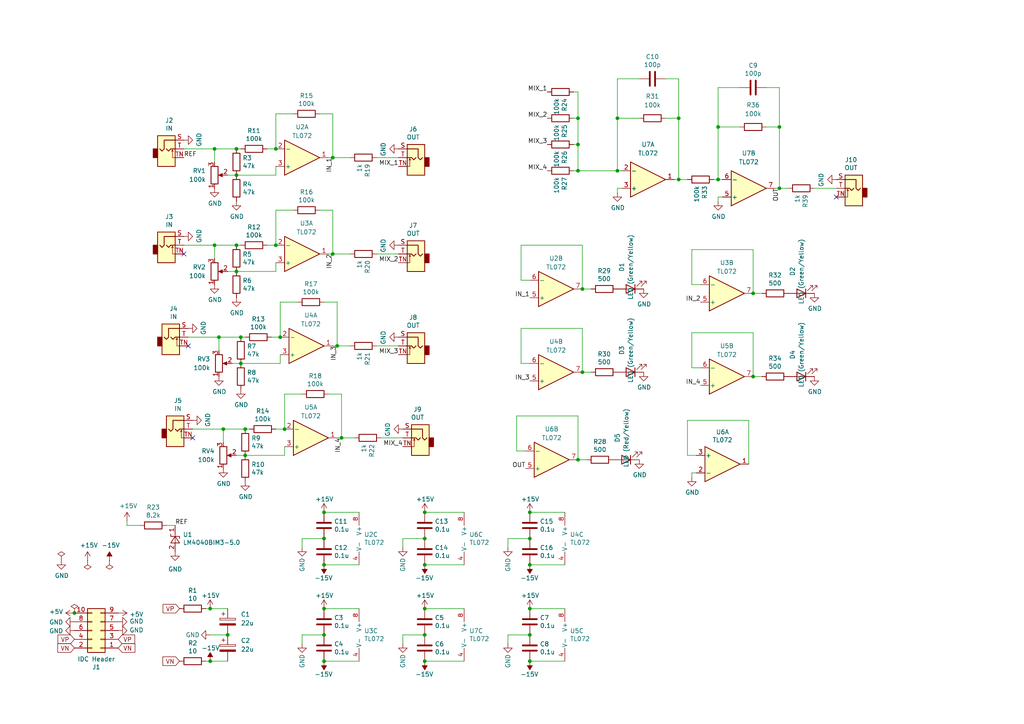
<source format=kicad_sch>
(kicad_sch (version 20211123) (generator eeschema)
  (paper "A4")
  (title_block (title "summe") (date "2021-05-30") (rev "R02") (company "company") (comment 1 "schema for pcb") (comment 2 "DC coupled mixer") (comment 3 "comment 3") (comment 4 "License CC BY 4.0 - Attribution 4.0 International") (comment 5 "comment 5") (comment 6 "comment 6") (comment 7 "comment 7") (comment 8 "comment 8") (comment 9 "comment 9"))
  (junction (at 62.23 43.18))
  (junction (at 153.67 163.83))
  (junction (at 68.58 71.12))
  (junction (at 123.19 163.83))
  (junction (at 82.55 124.46))
  (junction (at 97.79 100.33))
  (junction (at 167.64 41.91))
  (junction (at 123.19 148.59))
  (junction (at 68.58 43.18))
  (junction (at 167.64 34.29))
  (junction (at 96.52 73.66))
  (junction (at 179.07 49.53))
  (junction (at 93.98 191.77))
  (junction (at 60.96 176.53))
  (junction (at 208.28 52.07))
  (junction (at 69.85 97.79))
  (junction (at 93.98 184.15))
  (junction (at 196.85 34.29))
  (junction (at 71.12 132.08))
  (junction (at 60.96 191.77))
  (junction (at 168.91 107.95))
  (junction (at 153.67 184.15))
  (junction (at 93.98 163.83))
  (junction (at 93.98 148.59))
  (junction (at 123.19 191.77))
  (junction (at 226.06 36.83))
  (junction (at 123.19 156.21))
  (junction (at 68.58 78.74))
  (junction (at 80.01 43.18))
  (junction (at 99.06 127))
  (junction (at 123.19 184.15))
  (junction (at 71.12 124.46))
  (junction (at 63.5 97.79))
  (junction (at 69.85 105.41))
  (junction (at 208.28 36.83))
  (junction (at 179.07 34.29))
  (junction (at 96.52 45.72))
  (junction (at 93.98 176.53))
  (junction (at 167.64 133.35))
  (junction (at 64.77 124.46))
  (junction (at 80.01 71.12))
  (junction (at 81.28 97.79))
  (junction (at 153.67 176.53))
  (junction (at 153.67 191.77))
  (junction (at 167.64 49.53))
  (junction (at 21.59 177.8))
  (junction (at 153.67 156.21))
  (junction (at 62.23 71.12))
  (junction (at 226.06 54.61))
  (junction (at 153.67 148.59))
  (junction (at 218.44 109.22))
  (junction (at 93.98 156.21))
  (junction (at 218.44 85.09))
  (junction (at 168.91 83.82))
  (junction (at 196.85 52.07))
  (junction (at 66.04 184.15))
  (junction (at 123.19 176.53))
  (junction (at 68.58 50.8))
  (no_connect (at 53.34 73.66))
  (no_connect (at 55.88 127))
  (no_connect (at 54.61 100.33))
  (no_connect (at 242.57 57.15))
  (wire (pts (xy 179.07 34.29) (xy 179.07 49.53)))
  (wire (pts (xy 68.58 50.8) (xy 80.01 50.8)))
  (wire (pts (xy 77.47 43.18) (xy 80.01 43.18)))
  (wire (pts (xy 60.96 191.77) (xy 66.04 191.77)))
  (wire (pts (xy 217.17 134.62) (xy 217.17 121.92)))
  (wire (pts (xy 69.85 105.41) (xy 81.28 105.41)))
  (wire (pts (xy 87.63 114.3) (xy 82.55 114.3)))
  (wire (pts (xy 179.07 34.29) (xy 185.42 34.29)))
  (wire (pts (xy 71.12 124.46) (xy 72.39 124.46)))
  (wire (pts (xy 77.47 71.12) (xy 80.01 71.12)))
  (wire (pts (xy 104.14 148.59) (xy 93.98 148.59)))
  (wire (pts (xy 59.69 191.77) (xy 60.96 191.77)))
  (wire (pts (xy 218.44 85.09) (xy 220.98 85.09)))
  (wire (pts (xy 217.17 121.92) (xy 199.39 121.92)))
  (wire (pts (xy 208.28 52.07) (xy 207.01 52.07)))
  (wire (pts (xy 80.01 124.46) (xy 82.55 124.46)))
  (wire (pts (xy 109.22 100.33) (xy 115.57 100.33)))
  (wire (pts (xy 68.58 71.12) (xy 69.85 71.12)))
  (wire (pts (xy 193.04 34.29) (xy 196.85 34.29)))
  (wire (pts (xy 180.34 54.61) (xy 179.07 54.61)))
  (wire (pts (xy 97.79 127) (xy 99.06 127)))
  (wire (pts (xy 53.34 43.18) (xy 62.23 43.18)))
  (wire (pts (xy 134.62 191.77) (xy 123.19 191.77)))
  (wire (pts (xy 167.64 34.29) (xy 167.64 41.91)))
  (wire (pts (xy 168.91 95.25) (xy 151.13 95.25)))
  (wire (pts (xy 67.31 105.41) (xy 69.85 105.41)))
  (wire (pts (xy 218.44 109.22) (xy 218.44 96.52)))
  (wire (pts (xy 179.07 22.86) (xy 179.07 34.29)))
  (wire (pts (xy 134.62 176.53) (xy 123.19 176.53)))
  (wire (pts (xy 86.36 87.63) (xy 81.28 87.63)))
  (wire (pts (xy 62.23 71.12) (xy 68.58 71.12)))
  (wire (pts (xy 167.64 133.35) (xy 167.64 120.65)))
  (wire (pts (xy 110.49 127) (xy 116.84 127)))
  (wire (pts (xy 166.37 41.91) (xy 167.64 41.91)))
  (wire (pts (xy 208.28 25.4) (xy 208.28 36.83)))
  (wire (pts (xy 116.84 184.15) (xy 116.84 186.69)))
  (wire (pts (xy 222.25 25.4) (xy 226.06 25.4)))
  (wire (pts (xy 163.83 191.77) (xy 153.67 191.77)))
  (wire (pts (xy 123.19 184.15) (xy 116.84 184.15)))
  (wire (pts (xy 222.25 36.83) (xy 226.06 36.83)))
  (wire (pts (xy 166.37 49.53) (xy 167.64 49.53)))
  (wire (pts (xy 71.12 132.08) (xy 82.55 132.08)))
  (wire (pts (xy 209.55 52.07) (xy 208.28 52.07)))
  (wire (pts (xy 168.91 107.95) (xy 168.91 95.25)))
  (wire (pts (xy 66.04 184.15) (xy 60.96 184.15)))
  (wire (pts (xy 224.79 54.61) (xy 226.06 54.61)))
  (wire (pts (xy 78.74 97.79) (xy 81.28 97.79)))
  (wire (pts (xy 63.5 101.6) (xy 63.5 97.79)))
  (wire (pts (xy 168.91 71.12) (xy 151.13 71.12)))
  (wire (pts (xy 104.14 176.53) (xy 93.98 176.53)))
  (wire (pts (xy 66.04 50.8) (xy 68.58 50.8)))
  (wire (pts (xy 199.39 121.92) (xy 199.39 132.08)))
  (wire (pts (xy 196.85 52.07) (xy 195.58 52.07)))
  (wire (pts (xy 167.64 26.67) (xy 167.64 34.29)))
  (wire (pts (xy 214.63 36.83) (xy 208.28 36.83)))
  (wire (pts (xy 99.06 114.3) (xy 99.06 127)))
  (wire (pts (xy 64.77 124.46) (xy 71.12 124.46)))
  (wire (pts (xy 55.88 124.46) (xy 64.77 124.46)))
  (wire (pts (xy 200.66 72.39) (xy 200.66 82.55)))
  (wire (pts (xy 167.64 41.91) (xy 167.64 49.53)))
  (wire (pts (xy 96.52 60.96) (xy 96.52 73.66)))
  (wire (pts (xy 92.71 33.02) (xy 96.52 33.02)))
  (wire (pts (xy 80.01 33.02) (xy 80.01 43.18)))
  (wire (pts (xy 68.58 43.18) (xy 69.85 43.18)))
  (wire (pts (xy 166.37 34.29) (xy 167.64 34.29)))
  (wire (pts (xy 151.13 95.25) (xy 151.13 105.41)))
  (wire (pts (xy 226.06 54.61) (xy 228.6 54.61)))
  (wire (pts (xy 196.85 34.29) (xy 196.85 52.07)))
  (wire (pts (xy 179.07 22.86) (xy 185.42 22.86)))
  (wire (pts (xy 93.98 184.15) (xy 87.63 184.15)))
  (wire (pts (xy 97.79 100.33) (xy 101.6 100.33)))
  (wire (pts (xy 69.85 97.79) (xy 71.12 97.79)))
  (wire (pts (xy 80.01 78.74) (xy 80.01 76.2)))
  (wire (pts (xy 171.45 83.82) (xy 168.91 83.82)))
  (wire (pts (xy 171.45 107.95) (xy 168.91 107.95)))
  (wire (pts (xy 168.91 83.82) (xy 168.91 71.12)))
  (wire (pts (xy 99.06 127) (xy 102.87 127)))
  (wire (pts (xy 220.98 109.22) (xy 218.44 109.22)))
  (wire (pts (xy 53.34 71.12) (xy 62.23 71.12)))
  (wire (pts (xy 218.44 85.09) (xy 218.44 72.39)))
  (wire (pts (xy 82.55 132.08) (xy 82.55 129.54)))
  (wire (pts (xy 151.13 71.12) (xy 151.13 81.28)))
  (wire (pts (xy 63.5 97.79) (xy 69.85 97.79)))
  (wire (pts (xy 166.37 26.67) (xy 167.64 26.67)))
  (wire (pts (xy 104.14 191.77) (xy 93.98 191.77)))
  (wire (pts (xy 151.13 81.28) (xy 153.67 81.28)))
  (wire (pts (xy 95.25 114.3) (xy 99.06 114.3)))
  (wire (pts (xy 109.22 45.72) (xy 115.57 45.72)))
  (wire (pts (xy 48.26 152.4) (xy 50.8 152.4)))
  (wire (pts (xy 163.83 163.83) (xy 153.67 163.83)))
  (wire (pts (xy 81.28 105.41) (xy 81.28 102.87)))
  (wire (pts (xy 87.63 156.21) (xy 87.63 158.75)))
  (wire (pts (xy 196.85 22.86) (xy 196.85 34.29)))
  (wire (pts (xy 96.52 45.72) (xy 95.25 45.72)))
  (wire (pts (xy 153.67 184.15) (xy 147.32 184.15)))
  (wire (pts (xy 170.18 133.35) (xy 167.64 133.35)))
  (wire (pts (xy 226.06 25.4) (xy 226.06 36.83)))
  (wire (pts (xy 85.09 60.96) (xy 80.01 60.96)))
  (wire (pts (xy 149.86 120.65) (xy 149.86 130.81)))
  (wire (pts (xy 93.98 156.21) (xy 87.63 156.21)))
  (wire (pts (xy 116.84 156.21) (xy 116.84 158.75)))
  (wire (pts (xy 60.96 176.53) (xy 66.04 176.53)))
  (wire (pts (xy 193.04 22.86) (xy 196.85 22.86)))
  (wire (pts (xy 62.23 46.99) (xy 62.23 43.18)))
  (wire (pts (xy 134.62 148.59) (xy 123.19 148.59)))
  (wire (pts (xy 96.52 73.66) (xy 95.25 73.66)))
  (wire (pts (xy 147.32 156.21) (xy 147.32 158.75)))
  (wire (pts (xy 179.07 49.53) (xy 180.34 49.53)))
  (wire (pts (xy 208.28 57.15) (xy 208.28 58.42)))
  (wire (pts (xy 81.28 87.63) (xy 81.28 97.79)))
  (wire (pts (xy 93.98 87.63) (xy 97.79 87.63)))
  (wire (pts (xy 153.67 156.21) (xy 147.32 156.21)))
  (wire (pts (xy 199.39 52.07) (xy 196.85 52.07)))
  (wire (pts (xy 179.07 54.61) (xy 179.07 55.88)))
  (wire (pts (xy 62.23 43.18) (xy 68.58 43.18)))
  (wire (pts (xy 208.28 25.4) (xy 214.63 25.4)))
  (wire (pts (xy 151.13 105.41) (xy 153.67 105.41)))
  (wire (pts (xy 167.64 49.53) (xy 179.07 49.53)))
  (wire (pts (xy 36.83 152.4) (xy 40.64 152.4)))
  (wire (pts (xy 147.32 184.15) (xy 147.32 186.69)))
  (wire (pts (xy 96.52 100.33) (xy 97.79 100.33)))
  (wire (pts (xy 64.77 128.27) (xy 64.77 124.46)))
  (wire (pts (xy 59.69 176.53) (xy 60.96 176.53)))
  (wire (pts (xy 149.86 130.81) (xy 152.4 130.81)))
  (wire (pts (xy 68.58 132.08) (xy 71.12 132.08)))
  (wire (pts (xy 153.67 176.53) (xy 163.83 176.53)))
  (wire (pts (xy 101.6 73.66) (xy 96.52 73.66)))
  (wire (pts (xy 101.6 45.72) (xy 96.52 45.72)))
  (wire (pts (xy 200.66 137.16) (xy 200.66 138.43)))
  (wire (pts (xy 123.19 156.21) (xy 116.84 156.21)))
  (wire (pts (xy 36.83 151.13) (xy 36.83 152.4)))
  (wire (pts (xy 200.66 106.68) (xy 203.2 106.68)))
  (wire (pts (xy 236.22 54.61) (xy 242.57 54.61)))
  (wire (pts (xy 85.09 33.02) (xy 80.01 33.02)))
  (wire (pts (xy 218.44 96.52) (xy 200.66 96.52)))
  (wire (pts (xy 153.67 148.59) (xy 163.83 148.59)))
  (wire (pts (xy 201.93 137.16) (xy 200.66 137.16)))
  (wire (pts (xy 54.61 97.79) (xy 63.5 97.79)))
  (wire (pts (xy 82.55 114.3) (xy 82.55 124.46)))
  (wire (pts (xy 92.71 60.96) (xy 96.52 60.96)))
  (wire (pts (xy 104.14 163.83) (xy 93.98 163.83)))
  (wire (pts (xy 200.66 72.39) (xy 218.44 72.39)))
  (wire (pts (xy 68.58 78.74) (xy 80.01 78.74)))
  (wire (pts (xy 199.39 132.08) (xy 201.93 132.08)))
  (wire (pts (xy 62.23 74.93) (xy 62.23 71.12)))
  (wire (pts (xy 96.52 33.02) (xy 96.52 45.72)))
  (wire (pts (xy 208.28 36.83) (xy 208.28 52.07)))
  (wire (pts (xy 97.79 87.63) (xy 97.79 100.33)))
  (wire (pts (xy 87.63 184.15) (xy 87.63 186.69)))
  (wire (pts (xy 226.06 36.83) (xy 226.06 54.61)))
  (wire (pts (xy 66.04 78.74) (xy 68.58 78.74)))
  (wire (pts (xy 209.55 57.15) (xy 208.28 57.15)))
  (wire (pts (xy 109.22 73.66) (xy 115.57 73.66)))
  (wire (pts (xy 80.01 60.96) (xy 80.01 71.12)))
  (wire (pts (xy 200.66 96.52) (xy 200.66 106.68)))
  (wire (pts (xy 80.01 50.8) (xy 80.01 48.26)))
  (wire (pts (xy 167.64 120.65) (xy 149.86 120.65)))
  (wire (pts (xy 134.62 163.83) (xy 123.19 163.83)))
  (wire (pts (xy 200.66 82.55) (xy 203.2 82.55)))
  (label "REF" (at 53.34 45.72 0))
  (label "MIX_4" (at 116.84 129.54 180))
  (label "MIX_1" (at 158.75 26.67 180))
  (label "REF" (at 50.8 152.4 0))
  (label "MIX_3" (at 158.75 41.91 180))
  (label "OUT" (at 152.4 135.89 180))
  (label "IN_2" (at 203.2 87.63 180))
  (label "IN_3" (at 153.67 110.49 180))
  (label "MIX_1" (at 115.57 48.26 180))
  (label "IN_1" (at 96.52 45.72 270))
  (label "IN_1" (at 153.67 86.36 180))
  (label "IN_4" (at 99.06 127 270))
  (label "MIX_2" (at 158.75 34.29 180))
  (label "MIX_3" (at 115.57 102.87 180))
  (label "IN_2" (at 96.52 73.66 270))
  (label "MIX_2" (at 115.57 76.2 180))
  (label "MIX_4" (at 158.75 49.53 180))
  (label "IN_4" (at 203.2 111.76 180))
  (label "OUT" (at 226.06 54.61 270))
  (label "IN_3" (at 97.79 100.33 270))
  (global_label "VN" (shape input) (at 52.07 191.77 180) (property "Intersheet References" "${INTERSHEET_REFS}" (effects hide)))
  (global_label "VP" (shape input) (at 34.29 185.42 0) (property "Intersheet References" "${INTERSHEET_REFS}" (effects hide)))
  (global_label "VN" (shape input) (at 34.29 187.96 0) (property "Intersheet References" "${INTERSHEET_REFS}" (effects hide)))
  (global_label "VP" (shape input) (at 52.07 176.53 180) (property "Intersheet References" "${INTERSHEET_REFS}" (effects hide)))
  (global_label "VP" (shape input) (at 21.59 185.42 180) (property "Intersheet References" "${INTERSHEET_REFS}" (effects hide)))
  (global_label "VN" (shape input) (at 21.59 187.96 180) (property "Intersheet References" "${INTERSHEET_REFS}" (effects hide)))
  (symbol (lib_id "Connector:AudioJack2_SwitchT") (at 48.26 43.18 0) (unit 1)
    (property "Reference" "J2" (at 49.0728 34.925 0))
    (property "Value" "IN" (at 49.0728 37.2364 0))
    (property "Footprint" "elektrophon:Jack_3.5mm_WQP-PJ398SM_Vertical" (effects hide))
    (property "Spice_Primitive" "X" (effects hide))
    (property "Spice_Model" "IN_1" (effects hide))
    (property "Spice_Netlist_Enabled" "Y" (effects hide))
    (property "Description" "3.5mm Eurorack Jacks" (effects hide))
  )
  (symbol (lib_id "Connector:AudioJack2_SwitchT") (at 120.65 45.72 0) (mirror y) (unit 1)
    (property "Reference" "J6" (at 119.8372 37.465 0))
    (property "Value" "OUT" (at 119.8372 39.7764 0))
    (property "Footprint" "elektrophon:Jack_3.5mm_WQP-PJ398SM_Vertical" (effects hide))
    (property "Spice_Primitive" "X" (effects hide))
    (property "Spice_Model" "OUT_1" (effects hide))
    (property "Spice_Netlist_Enabled" "Y" (effects hide))
    (property "Description" "3.5mm Eurorack Jacks" (effects hide))
  )
  (symbol (lib_id "power:GND") (at 53.34 40.64 90) (unit 1)
    (property "Reference" "#PWR010" (effects hide))
    (property "Value" "GND" (at 57.7342 40.513 0))
  )
  (symbol (lib_id "power:GND") (at 115.57 43.18 270) (unit 1)
    (property "Reference" "#PWR031" (effects hide))
    (property "Value" "GND" (at 111.1758 43.307 0))
  )
  (symbol (lib_id "Device:R") (at 105.41 45.72 90) (unit 1)
    (property "Reference" "R19" (at 106.5784 47.498 0) (effects (justify right)))
    (property "Value" "1k" (at 104.267 47.498 0) (effects (justify right)))
    (property "Footprint" "Resistor_SMD:R_0805_2012Metric_Pad1.20x1.40mm_HandSolder" (effects hide))
    (property "Description" "Thick Film Resistors - SMD (0805)" (effects hide))
  )
  (symbol (lib_id "power:GND") (at 60.96 184.15 270) (unit 1)
    (property "Reference" "#PWR015" (effects hide))
    (property "Value" "GND" (at 55.88 184.15 90))
  )
  (symbol (lib_id "power:GND") (at 21.59 182.88 270) (unit 1)
    (property "Reference" "#PWR03" (effects hide))
    (property "Value" "GND" (at 18.3388 183.007 90) (effects (justify right)))
  )
  (symbol (lib_id "Device:C") (at 93.98 180.34 0) (unit 1)
    (property "Reference" "C3" (at 96.901 179.1716 0) (effects (justify left)))
    (property "Value" "0.1u" (at 96.901 181.483 0) (effects (justify left)))
    (property "Footprint" "Capacitor_SMD:C_0805_2012Metric_Pad1.18x1.45mm_HandSolder" (effects hide))
    (property "Spice_Primitive" "C" (effects hide))
    (property "Spice_Model" "0.1u" (effects hide))
    (property "Spice_Netlist_Enabled" "N" (effects hide))
    (property "Description" "Multilayer Ceramic Capacitors MLCC" (effects hide))
  )
  (symbol (lib_id "Device:C") (at 93.98 187.96 0) (unit 1)
    (property "Reference" "C4" (at 96.901 186.7916 0) (effects (justify left)))
    (property "Value" "0.1u" (at 96.901 189.103 0) (effects (justify left)))
    (property "Footprint" "Capacitor_SMD:C_0805_2012Metric_Pad1.18x1.45mm_HandSolder" (effects hide))
    (property "Spice_Primitive" "C" (effects hide))
    (property "Spice_Model" "0.1u" (effects hide))
    (property "Spice_Netlist_Enabled" "N" (effects hide))
    (property "Description" "Multilayer Ceramic Capacitors MLCC" (effects hide))
  )
  (symbol (lib_id "Device:C") (at 123.19 180.34 0) (unit 1)
    (property "Reference" "C5" (at 126.111 179.1716 0) (effects (justify left)))
    (property "Value" "0.1u" (at 126.111 181.483 0) (effects (justify left)))
    (property "Footprint" "Capacitor_SMD:C_0805_2012Metric_Pad1.18x1.45mm_HandSolder" (effects hide))
    (property "Spice_Primitive" "C" (effects hide))
    (property "Spice_Model" "0.1u" (effects hide))
    (property "Spice_Netlist_Enabled" "N" (effects hide))
    (property "Description" "Multilayer Ceramic Capacitors MLCC" (effects hide))
  )
  (symbol (lib_id "Device:C") (at 123.19 187.96 0) (unit 1)
    (property "Reference" "C6" (at 126.111 186.7916 0) (effects (justify left)))
    (property "Value" "0.1u" (at 126.111 189.103 0) (effects (justify left)))
    (property "Footprint" "Capacitor_SMD:C_0805_2012Metric_Pad1.18x1.45mm_HandSolder" (effects hide))
    (property "Spice_Primitive" "C" (effects hide))
    (property "Spice_Model" "0.1u" (effects hide))
    (property "Spice_Netlist_Enabled" "N" (effects hide))
    (property "Description" "Multilayer Ceramic Capacitors MLCC" (effects hide))
  )
  (symbol (lib_id "Device:R") (at 73.66 43.18 270) (unit 1)
    (property "Reference" "R11" (at 73.66 37.9222 90))
    (property "Value" "100k" (at 73.66 40.2336 90))
    (property "Footprint" "Resistor_SMD:R_0805_2012Metric_Pad1.20x1.40mm_HandSolder" (effects hide))
    (property "Description" "Thick Film Resistors - SMD (0805)" (effects hide))
  )
  (symbol (lib_id "Device:R") (at 68.58 46.99 0) (unit 1)
    (property "Reference" "R3" (at 70.358 45.8216 0) (effects (justify left)))
    (property "Value" "47k" (at 70.358 48.133 0) (effects (justify left)))
    (property "Footprint" "Resistor_SMD:R_0805_2012Metric_Pad1.20x1.40mm_HandSolder" (effects hide))
    (property "Description" "Thick Film Resistors - SMD (0805)" (effects hide))
  )
  (symbol (lib_id "Device:R") (at 68.58 54.61 0) (unit 1)
    (property "Reference" "R4" (at 70.358 53.4416 0) (effects (justify left)))
    (property "Value" "47k" (at 70.358 55.753 0) (effects (justify left)))
    (property "Footprint" "Resistor_SMD:R_0805_2012Metric_Pad1.20x1.40mm_HandSolder" (effects hide))
    (property "Description" "Thick Film Resistors - SMD (0805)" (effects hide))
  )
  (symbol (lib_id "power:GND") (at 68.58 58.42 0) (unit 1)
    (property "Reference" "#PWR021" (effects hide))
    (property "Value" "GND" (at 68.707 62.8142 0))
  )
  (symbol (lib_id "Device:R") (at 88.9 33.02 270) (unit 1)
    (property "Reference" "R15" (at 88.9 27.7622 90))
    (property "Value" "100k" (at 88.9 30.0736 90))
    (property "Footprint" "Resistor_SMD:R_0805_2012Metric_Pad1.20x1.40mm_HandSolder" (effects hide))
    (property "Description" "Thick Film Resistors - SMD (0805)" (effects hide))
  )
  (symbol (lib_id "Connector:AudioJack2_SwitchT") (at 48.26 71.12 0) (unit 1)
    (property "Reference" "J3" (at 49.0728 62.865 0))
    (property "Value" "IN" (at 49.0728 65.1764 0))
    (property "Footprint" "elektrophon:Jack_3.5mm_WQP-PJ398SM_Vertical" (effects hide))
    (property "Spice_Primitive" "X" (effects hide))
    (property "Spice_Model" "IN_2" (effects hide))
    (property "Spice_Netlist_Enabled" "Y" (effects hide))
    (property "Description" "3.5mm Eurorack Jacks" (effects hide))
  )
  (symbol (lib_id "power:GND") (at 53.34 68.58 90) (unit 1)
    (property "Reference" "#PWR011" (effects hide))
    (property "Value" "GND" (at 57.7342 68.453 0))
  )
  (symbol (lib_id "power:GND") (at 62.23 82.55 0) (unit 1)
    (property "Reference" "#PWR018" (effects hide))
    (property "Value" "GND" (at 62.357 86.9442 0))
  )
  (symbol (lib_id "Device:R") (at 73.66 71.12 270) (unit 1)
    (property "Reference" "R12" (at 73.66 65.8622 90))
    (property "Value" "100k" (at 73.66 68.1736 90))
    (property "Footprint" "Resistor_SMD:R_0805_2012Metric_Pad1.20x1.40mm_HandSolder" (effects hide))
    (property "Description" "Thick Film Resistors - SMD (0805)" (effects hide))
  )
  (symbol (lib_id "Device:R") (at 68.58 74.93 0) (unit 1)
    (property "Reference" "R5" (at 70.358 73.7616 0) (effects (justify left)))
    (property "Value" "47k" (at 70.358 76.073 0) (effects (justify left)))
    (property "Footprint" "Resistor_SMD:R_0805_2012Metric_Pad1.20x1.40mm_HandSolder" (effects hide))
    (property "Description" "Thick Film Resistors - SMD (0805)" (effects hide))
  )
  (symbol (lib_id "Device:R") (at 68.58 82.55 0) (unit 1)
    (property "Reference" "R6" (at 70.358 81.3816 0) (effects (justify left)))
    (property "Value" "47k" (at 70.358 83.693 0) (effects (justify left)))
    (property "Footprint" "Resistor_SMD:R_0805_2012Metric_Pad1.20x1.40mm_HandSolder" (effects hide))
    (property "Description" "Thick Film Resistors - SMD (0805)" (effects hide))
  )
  (symbol (lib_id "power:GND") (at 68.58 86.36 0) (unit 1)
    (property "Reference" "#PWR022" (effects hide))
    (property "Value" "GND" (at 68.707 90.7542 0))
  )
  (symbol (lib_id "Device:R") (at 88.9 60.96 270) (unit 1)
    (property "Reference" "R16" (at 88.9 55.7022 90))
    (property "Value" "100k" (at 88.9 58.0136 90))
    (property "Footprint" "Resistor_SMD:R_0805_2012Metric_Pad1.20x1.40mm_HandSolder" (effects hide))
    (property "Description" "Thick Film Resistors - SMD (0805)" (effects hide))
  )
  (symbol (lib_id "Connector:AudioJack2_SwitchT") (at 49.53 97.79 0) (unit 1)
    (property "Reference" "J4" (at 50.3428 89.535 0))
    (property "Value" "IN" (at 50.3428 91.8464 0))
    (property "Footprint" "elektrophon:Jack_3.5mm_WQP-PJ398SM_Vertical" (effects hide))
    (property "Spice_Primitive" "X" (effects hide))
    (property "Spice_Model" "IN_3" (effects hide))
    (property "Spice_Netlist_Enabled" "Y" (effects hide))
    (property "Description" "3.5mm Eurorack Jacks" (effects hide))
  )
  (symbol (lib_id "power:GND") (at 54.61 95.25 90) (unit 1)
    (property "Reference" "#PWR012" (effects hide))
    (property "Value" "GND" (at 59.0042 95.123 0))
  )
  (symbol (lib_id "power:GND") (at 63.5 109.22 0) (unit 1)
    (property "Reference" "#PWR019" (effects hide))
    (property "Value" "GND" (at 63.627 113.6142 0))
  )
  (symbol (lib_id "Device:R") (at 74.93 97.79 270) (unit 1)
    (property "Reference" "R13" (at 74.93 92.5322 90))
    (property "Value" "100k" (at 74.93 94.8436 90))
    (property "Footprint" "Resistor_SMD:R_0805_2012Metric_Pad1.20x1.40mm_HandSolder" (effects hide))
    (property "Description" "Thick Film Resistors - SMD (0805)" (effects hide))
  )
  (symbol (lib_id "Device:R") (at 69.85 101.6 0) (unit 1)
    (property "Reference" "R7" (at 71.628 100.4316 0) (effects (justify left)))
    (property "Value" "47k" (at 71.628 102.743 0) (effects (justify left)))
    (property "Footprint" "Resistor_SMD:R_0805_2012Metric_Pad1.20x1.40mm_HandSolder" (effects hide))
    (property "Description" "Thick Film Resistors - SMD (0805)" (effects hide))
  )
  (symbol (lib_id "Device:R") (at 69.85 109.22 0) (unit 1)
    (property "Reference" "R8" (at 71.628 108.0516 0) (effects (justify left)))
    (property "Value" "47k" (at 71.628 110.363 0) (effects (justify left)))
    (property "Footprint" "Resistor_SMD:R_0805_2012Metric_Pad1.20x1.40mm_HandSolder" (effects hide))
    (property "Description" "Thick Film Resistors - SMD (0805)" (effects hide))
  )
  (symbol (lib_id "power:GND") (at 69.85 113.03 0) (unit 1)
    (property "Reference" "#PWR023" (effects hide))
    (property "Value" "GND" (at 69.977 117.4242 0))
  )
  (symbol (lib_id "Device:R") (at 90.17 87.63 270) (unit 1)
    (property "Reference" "R17" (at 90.17 82.3722 90))
    (property "Value" "100k" (at 90.17 84.6836 90))
    (property "Footprint" "Resistor_SMD:R_0805_2012Metric_Pad1.20x1.40mm_HandSolder" (effects hide))
    (property "Description" "Thick Film Resistors - SMD (0805)" (effects hide))
  )
  (symbol (lib_id "Connector:AudioJack2_SwitchT") (at 50.8 124.46 0) (unit 1)
    (property "Reference" "J5" (at 51.6128 116.205 0))
    (property "Value" "IN" (at 51.6128 118.5164 0))
    (property "Footprint" "elektrophon:Jack_3.5mm_WQP-PJ398SM_Vertical" (effects hide))
    (property "Spice_Primitive" "X" (effects hide))
    (property "Spice_Model" "IN_4" (effects hide))
    (property "Spice_Netlist_Enabled" "Y" (effects hide))
    (property "Description" "3.5mm Eurorack Jacks" (effects hide))
  )
  (symbol (lib_id "power:GND") (at 55.88 121.92 90) (unit 1)
    (property "Reference" "#PWR013" (effects hide))
    (property "Value" "GND" (at 60.2742 121.793 0))
  )
  (symbol (lib_id "power:GND") (at 64.77 135.89 0) (unit 1)
    (property "Reference" "#PWR020" (effects hide))
    (property "Value" "GND" (at 64.897 140.2842 0))
  )
  (symbol (lib_id "Device:R") (at 76.2 124.46 270) (unit 1)
    (property "Reference" "R14" (at 76.2 119.2022 90))
    (property "Value" "100k" (at 76.2 121.5136 90))
    (property "Footprint" "Resistor_SMD:R_0805_2012Metric_Pad1.20x1.40mm_HandSolder" (effects hide))
    (property "Description" "Thick Film Resistors - SMD (0805)" (effects hide))
  )
  (symbol (lib_id "Device:R") (at 71.12 128.27 0) (unit 1)
    (property "Reference" "R9" (at 72.898 127.1016 0) (effects (justify left)))
    (property "Value" "47k" (at 72.898 129.413 0) (effects (justify left)))
    (property "Footprint" "Resistor_SMD:R_0805_2012Metric_Pad1.20x1.40mm_HandSolder" (effects hide))
    (property "Description" "Thick Film Resistors - SMD (0805)" (effects hide))
  )
  (symbol (lib_id "Device:R") (at 71.12 135.89 0) (unit 1)
    (property "Reference" "R10" (at 72.898 134.7216 0) (effects (justify left)))
    (property "Value" "47k" (at 72.898 137.033 0) (effects (justify left)))
    (property "Footprint" "Resistor_SMD:R_0805_2012Metric_Pad1.20x1.40mm_HandSolder" (effects hide))
    (property "Description" "Thick Film Resistors - SMD (0805)" (effects hide))
  )
  (symbol (lib_id "power:GND") (at 71.12 139.7 0) (unit 1)
    (property "Reference" "#PWR024" (effects hide))
    (property "Value" "GND" (at 71.247 144.0942 0))
  )
  (symbol (lib_id "Device:R") (at 91.44 114.3 270) (unit 1)
    (property "Reference" "R18" (at 91.44 109.0422 90))
    (property "Value" "100k" (at 91.44 111.3536 90))
    (property "Footprint" "Resistor_SMD:R_0805_2012Metric_Pad1.20x1.40mm_HandSolder" (effects hide))
    (property "Description" "Thick Film Resistors - SMD (0805)" (effects hide))
  )
  (symbol (lib_id "Connector:AudioJack2_SwitchT") (at 120.65 73.66 0) (mirror y) (unit 1)
    (property "Reference" "J7" (at 119.8372 65.405 0))
    (property "Value" "OUT" (at 119.8372 67.7164 0))
    (property "Footprint" "elektrophon:Jack_3.5mm_WQP-PJ398SM_Vertical" (effects hide))
    (property "Spice_Primitive" "X" (effects hide))
    (property "Spice_Model" "OUT_2" (effects hide))
    (property "Spice_Netlist_Enabled" "Y" (effects hide))
    (property "Description" "3.5mm Eurorack Jacks" (effects hide))
  )
  (symbol (lib_id "power:GND") (at 115.57 71.12 270) (unit 1)
    (property "Reference" "#PWR032" (effects hide))
    (property "Value" "GND" (at 111.1758 71.247 0))
  )
  (symbol (lib_id "Device:R") (at 105.41 73.66 90) (unit 1)
    (property "Reference" "R20" (at 106.5784 75.438 0) (effects (justify right)))
    (property "Value" "1k" (at 104.267 75.438 0) (effects (justify right)))
    (property "Footprint" "Resistor_SMD:R_0805_2012Metric_Pad1.20x1.40mm_HandSolder" (effects hide))
    (property "Description" "Thick Film Resistors - SMD (0805)" (effects hide))
  )
  (symbol (lib_id "Connector:AudioJack2_SwitchT") (at 120.65 100.33 0) (mirror y) (unit 1)
    (property "Reference" "J8" (at 119.8372 92.075 0))
    (property "Value" "OUT" (at 119.8372 94.3864 0))
    (property "Footprint" "elektrophon:Jack_3.5mm_WQP-PJ398SM_Vertical" (effects hide))
    (property "Spice_Primitive" "X" (effects hide))
    (property "Spice_Model" "OUT_3" (effects hide))
    (property "Spice_Netlist_Enabled" "Y" (effects hide))
    (property "Description" "3.5mm Eurorack Jacks" (effects hide))
  )
  (symbol (lib_id "power:GND") (at 115.57 97.79 270) (unit 1)
    (property "Reference" "#PWR033" (effects hide))
    (property "Value" "GND" (at 111.1758 97.917 0))
  )
  (symbol (lib_id "Device:R") (at 105.41 100.33 90) (unit 1)
    (property "Reference" "R21" (at 106.5784 102.108 0) (effects (justify right)))
    (property "Value" "1k" (at 104.267 102.108 0) (effects (justify right)))
    (property "Footprint" "Resistor_SMD:R_0805_2012Metric_Pad1.20x1.40mm_HandSolder" (effects hide))
    (property "Description" "Thick Film Resistors - SMD (0805)" (effects hide))
  )
  (symbol (lib_id "Connector:AudioJack2_SwitchT") (at 121.92 127 0) (mirror y) (unit 1)
    (property "Reference" "J9" (at 121.1072 118.745 0))
    (property "Value" "OUT" (at 121.1072 121.0564 0))
    (property "Footprint" "elektrophon:Jack_3.5mm_WQP-PJ398SM_Vertical" (effects hide))
    (property "Spice_Primitive" "X" (effects hide))
    (property "Spice_Model" "OUT_4" (effects hide))
    (property "Spice_Netlist_Enabled" "Y" (effects hide))
    (property "Description" "3.5mm Eurorack Jacks" (effects hide))
  )
  (symbol (lib_id "power:GND") (at 116.84 124.46 270) (unit 1)
    (property "Reference" "#PWR034" (effects hide))
    (property "Value" "GND" (at 112.4458 124.587 0))
  )
  (symbol (lib_id "Device:R") (at 106.68 127 90) (unit 1)
    (property "Reference" "R22" (at 107.8484 128.778 0) (effects (justify right)))
    (property "Value" "1k" (at 105.537 128.778 0) (effects (justify right)))
    (property "Footprint" "Resistor_SMD:R_0805_2012Metric_Pad1.20x1.40mm_HandSolder" (effects hide))
    (property "Description" "Thick Film Resistors - SMD (0805)" (effects hide))
  )
  (symbol (lib_id "Device:R") (at 162.56 49.53 90) (unit 1)
    (property "Reference" "R27" (at 163.7284 51.308 0) (effects (justify right)))
    (property "Value" "100k" (at 161.417 51.308 0) (effects (justify right)))
    (property "Footprint" "Resistor_SMD:R_0805_2012Metric_Pad1.20x1.40mm_HandSolder" (effects hide))
    (property "Description" "Thick Film Resistors - SMD (0805)" (effects hide))
  )
  (symbol (lib_id "Device:R") (at 162.56 41.91 90) (unit 1)
    (property "Reference" "R26" (at 163.7284 43.688 0) (effects (justify right)))
    (property "Value" "100k" (at 161.417 43.688 0) (effects (justify right)))
    (property "Footprint" "Resistor_SMD:R_0805_2012Metric_Pad1.20x1.40mm_HandSolder" (effects hide))
    (property "Description" "Thick Film Resistors - SMD (0805)" (effects hide))
  )
  (symbol (lib_id "Device:R") (at 162.56 34.29 90) (unit 1)
    (property "Reference" "R25" (at 163.7284 36.068 0) (effects (justify right)))
    (property "Value" "100k" (at 161.417 36.068 0) (effects (justify right)))
    (property "Footprint" "Resistor_SMD:R_0805_2012Metric_Pad1.20x1.40mm_HandSolder" (effects hide))
    (property "Description" "Thick Film Resistors - SMD (0805)" (effects hide))
  )
  (symbol (lib_id "Device:R") (at 162.56 26.67 90) (unit 1)
    (property "Reference" "R24" (at 163.7284 28.448 0) (effects (justify right)))
    (property "Value" "100k" (at 161.417 28.448 0) (effects (justify right)))
    (property "Footprint" "Resistor_SMD:R_0805_2012Metric_Pad1.20x1.40mm_HandSolder" (effects hide))
    (property "Description" "Thick Film Resistors - SMD (0805)" (effects hide))
  )
  (symbol (lib_id "Device:R") (at 189.23 34.29 90) (unit 1)
    (property "Reference" "R31" (at 189.23 27.94 90))
    (property "Value" "100k" (at 189.23 30.48 90))
    (property "Footprint" "Resistor_SMD:R_0805_2012Metric_Pad1.20x1.40mm_HandSolder" (effects hide))
    (property "Description" "Thick Film Resistors - SMD (0805)" (effects hide))
  )
  (symbol (lib_id "Connector:AudioJack2_SwitchT") (at 247.65 54.61 0) (mirror y) (unit 1)
    (property "Reference" "J10" (at 246.8372 46.355 0))
    (property "Value" "OUT" (at 246.8372 48.6664 0))
    (property "Footprint" "elektrophon:Jack_3.5mm_WQP-PJ398SM_Vertical" (effects hide))
    (property "Spice_Primitive" "X" (effects hide))
    (property "Spice_Model" "OUT" (effects hide))
    (property "Spice_Netlist_Enabled" "Y" (effects hide))
    (property "Description" "3.5mm Eurorack Jacks" (effects hide))
  )
  (symbol (lib_id "power:GND") (at 242.57 52.07 270) (unit 1)
    (property "Reference" "#PWR050" (effects hide))
    (property "Value" "GND" (at 238.1758 52.197 0))
  )
  (symbol (lib_id "Device:R") (at 232.41 54.61 90) (unit 1)
    (property "Reference" "R39" (at 233.5784 56.388 0) (effects (justify right)))
    (property "Value" "1k" (at 231.267 56.388 0) (effects (justify right)))
    (property "Footprint" "Resistor_SMD:R_0805_2012Metric_Pad1.20x1.40mm_HandSolder" (effects hide))
    (property "Description" "Thick Film Resistors - SMD (0805)" (effects hide))
  )
  (symbol (lib_id "power:GND") (at 179.07 55.88 0) (unit 1)
    (property "Reference" "#PWR040" (effects hide))
    (property "Value" "GND" (at 179.197 60.2742 0))
  )
  (symbol (lib_id "Device:R") (at 203.2 52.07 90) (unit 1)
    (property "Reference" "R33" (at 204.3684 53.848 0) (effects (justify right)))
    (property "Value" "100k" (at 202.057 53.848 0) (effects (justify right)))
    (property "Footprint" "Resistor_SMD:R_0805_2012Metric_Pad1.20x1.40mm_HandSolder" (effects hide))
    (property "Description" "Thick Film Resistors - SMD (0805)" (effects hide))
  )
  (symbol (lib_id "Device:R") (at 218.44 36.83 90) (unit 1)
    (property "Reference" "R36" (at 218.44 30.48 90))
    (property "Value" "100k" (at 218.44 33.02 90))
    (property "Footprint" "Resistor_SMD:R_0805_2012Metric_Pad1.20x1.40mm_HandSolder" (effects hide))
    (property "Description" "Thick Film Resistors - SMD (0805)" (effects hide))
  )
  (symbol (lib_id "power:GND") (at 208.28 58.42 0) (unit 1)
    (property "Reference" "#PWR045" (effects hide))
    (property "Value" "GND" (at 208.407 62.8142 0))
  )
  (symbol (lib_id "Device:C") (at 153.67 180.34 0) (unit 1)
    (property "Reference" "C7" (at 156.591 179.1716 0) (effects (justify left)))
    (property "Value" "0.1u" (at 156.591 181.483 0) (effects (justify left)))
    (property "Footprint" "Capacitor_SMD:C_0805_2012Metric_Pad1.18x1.45mm_HandSolder" (effects hide))
    (property "Spice_Primitive" "C" (effects hide))
    (property "Spice_Model" "0.1u" (effects hide))
    (property "Spice_Netlist_Enabled" "N" (effects hide))
    (property "Description" "Multilayer Ceramic Capacitors MLCC" (effects hide))
  )
  (symbol (lib_id "Device:C") (at 153.67 187.96 0) (unit 1)
    (property "Reference" "C8" (at 156.591 186.7916 0) (effects (justify left)))
    (property "Value" "0.1u" (at 156.591 189.103 0) (effects (justify left)))
    (property "Footprint" "Capacitor_SMD:C_0805_2012Metric_Pad1.18x1.45mm_HandSolder" (effects hide))
    (property "Spice_Primitive" "C" (effects hide))
    (property "Spice_Model" "0.1u" (effects hide))
    (property "Spice_Netlist_Enabled" "N" (effects hide))
    (property "Description" "Multilayer Ceramic Capacitors MLCC" (effects hide))
  )
  (symbol (lib_id "power:GND") (at 62.23 54.61 0) (unit 1)
    (property "Reference" "#PWR017" (effects hide))
    (property "Value" "GND" (at 62.357 59.0042 0))
  )
  (symbol (lib_id "power:PWR_FLAG") (at 25.4 162.56 180) (unit 1)
    (property "Reference" "#FLG02" (effects hide))
    (property "Value" "PWR_FLAG" (effects hide))
  )
  (symbol (lib_id "power:PWR_FLAG") (at 31.75 162.56 180) (unit 1)
    (property "Reference" "#FLG03" (effects hide))
    (property "Value" "PWR_FLAG" (effects hide))
  )
  (symbol (lib_id "power:+15V") (at 25.4 162.56 0) (unit 1)
    (property "Reference" "#PWR04" (effects hide))
    (property "Value" "+15V" (at 25.781 158.1658 0))
  )
  (symbol (lib_id "power:-15V") (at 31.75 162.56 0) (unit 1)
    (property "Reference" "#PWR05" (effects hide))
    (property "Value" "-15V" (at 32.131 158.1658 0))
  )
  (symbol (lib_id "Device:R") (at 55.88 176.53 270) (unit 1)
    (property "Reference" "R1" (at 55.88 171.2722 90))
    (property "Value" "10" (at 55.88 173.5836 90))
    (property "Footprint" "Resistor_THT:R_Axial_DIN0204_L3.6mm_D1.6mm_P2.54mm_Vertical" (effects hide))
    (property "Spice_Primitive" "R" (effects hide))
    (property "Spice_Model" "10" (effects hide))
    (property "Spice_Netlist_Enabled" "N" (effects hide))
    (property "Description" "Metal Film Resistors - Through Hole (L=3.6 mm, D=1.6 mm, 1%)" (effects hide))
  )
  (symbol (lib_id "power:+15V") (at 60.96 176.53 0) (unit 1)
    (property "Reference" "#PWR014" (effects hide))
    (property "Value" "+15V" (at 58.42 172.72 0) (effects (justify left)))
  )
  (symbol (lib_id "power:-15V") (at 60.96 191.77 0) (unit 1)
    (property "Reference" "#PWR016" (effects hide))
    (property "Value" "-15V" (at 58.42 187.96 0) (effects (justify left)))
  )
  (symbol (lib_id "power:GND") (at 34.29 182.88 90) (unit 1)
    (property "Reference" "#PWR08" (effects hide))
    (property "Value" "GND" (at 37.5412 182.753 90) (effects (justify right)))
  )
  (symbol (lib_id "Device:R") (at 55.88 191.77 270) (unit 1)
    (property "Reference" "R2" (at 55.88 186.5122 90))
    (property "Value" "10" (at 55.88 188.8236 90))
    (property "Footprint" "Resistor_THT:R_Axial_DIN0204_L3.6mm_D1.6mm_P2.54mm_Vertical" (effects hide))
    (property "Spice_Primitive" "R" (effects hide))
    (property "Spice_Model" "10" (effects hide))
    (property "Spice_Netlist_Enabled" "N" (effects hide))
    (property "Description" "Metal Film Resistors - Through Hole (L=3.6 mm, D=1.6 mm, 1%)" (effects hide))
  )
  (symbol (lib_id "Connector_Generic:Conn_02x05_Odd_Even") (at 29.21 182.88 180) (unit 1)
    (property "Reference" "J1" (at 27.94 193.4718 0))
    (property "Value" "IDC Header" (at 27.94 191.1604 0))
    (property "Footprint" "Connector_IDC:IDC-Header_2x05_P2.54mm_Vertical" (effects hide))
    (property "Spice_Primitive" "J" (effects hide))
    (property "Spice_Model" "IDC Header" (effects hide))
    (property "Spice_Netlist_Enabled" "N" (effects hide))
    (property "Description" "Pin Header IDC, 10 Pos, 2.54mm" (effects hide))
  )
  (symbol (lib_id "power:GND") (at 34.29 180.34 90) (unit 1)
    (property "Reference" "#PWR07" (effects hide))
    (property "Value" "GND" (at 37.5412 180.213 90) (effects (justify right)))
  )
  (symbol (lib_id "power:+5V") (at 34.29 177.8 270) (unit 1)
    (property "Reference" "#PWR06" (effects hide))
    (property "Value" "+5V" (at 37.5412 178.181 90) (effects (justify left)))
  )
  (symbol (lib_id "power:+5V") (at 21.59 177.8 90) (unit 1)
    (property "Reference" "#PWR01" (effects hide))
    (property "Value" "+5V" (at 18.3388 177.419 90) (effects (justify left)))
  )
  (symbol (lib_id "power:PWR_FLAG") (at 21.59 177.8 0) (unit 1)
    (property "Reference" "#FLG01" (effects hide))
    (property "Value" "PWR_FLAG" (effects hide))
  )
  (symbol (lib_id "power:GND") (at 21.59 180.34 270) (unit 1)
    (property "Reference" "#PWR02" (effects hide))
    (property "Value" "GND" (at 18.3388 180.467 90) (effects (justify right)))
  )
  (symbol (lib_id "power:+15V") (at 93.98 176.53 0) (unit 1)
    (property "Reference" "#PWR026" (effects hide))
    (property "Value" "+15V" (at 91.44 172.72 0) (effects (justify left)))
  )
  (symbol (lib_id "power:-15V") (at 93.98 191.77 180) (unit 1)
    (property "Reference" "#PWR027" (effects hide))
    (property "Value" "-15V" (at 96.52 195.58 0) (effects (justify left)))
  )
  (symbol (lib_id "power:+15V") (at 153.67 176.53 0) (unit 1)
    (property "Reference" "#PWR036" (effects hide))
    (property "Value" "+15V" (at 151.13 172.72 0) (effects (justify left)))
  )
  (symbol (lib_id "power:-15V") (at 153.67 191.77 180) (unit 1)
    (property "Reference" "#PWR037" (effects hide))
    (property "Value" "-15V" (at 156.21 195.58 0) (effects (justify left)))
  )
  (symbol (lib_id "power:GND") (at 147.32 186.69 0) (unit 1)
    (property "Reference" "#PWR035" (effects hide))
    (property "Value" "GND" (at 147.32 191.77 90))
  )
  (symbol (lib_id "power:+15V") (at 123.19 176.53 0) (unit 1)
    (property "Reference" "#PWR029" (effects hide))
    (property "Value" "+15V" (at 120.65 172.72 0) (effects (justify left)))
  )
  (symbol (lib_id "power:-15V") (at 123.19 191.77 180) (unit 1)
    (property "Reference" "#PWR030" (effects hide))
    (property "Value" "-15V" (at 125.73 195.58 0) (effects (justify left)))
  )
  (symbol (lib_id "power:GND") (at 116.84 186.69 0) (unit 1)
    (property "Reference" "#PWR028" (effects hide))
    (property "Value" "GND" (at 116.84 191.77 90))
  )
  (symbol (lib_id "power:GND") (at 87.63 186.69 0) (unit 1)
    (property "Reference" "#PWR025" (effects hide))
    (property "Value" "GND" (at 87.63 191.77 90))
  )
  (symbol (lib_id "power:PWR_FLAG") (at 17.78 162.56 0) (unit 1)
    (property "Reference" "#FLG0101" (effects hide))
    (property "Value" "PWR_FLAG" (effects hide))
  )
  (symbol (lib_id "power:GND") (at 17.78 162.56 0) (unit 1)
    (property "Reference" "#PWR0101" (effects hide))
    (property "Value" "GND" (at 17.907 166.9542 0))
  )
  (symbol (lib_id "Device:C") (at 189.23 22.86 270) (unit 1)
    (property "Reference" "C10" (at 189.23 16.4592 90))
    (property "Value" "100p" (at 189.23 18.7706 90))
    (property "Footprint" "Capacitor_SMD:C_0805_2012Metric_Pad1.18x1.45mm_HandSolder" (effects hide))
    (property "Description" "Multilayer Ceramic Capacitors MLCC" (effects hide))
  )
  (symbol (lib_id "Amplifier_Operational:TL072") (at 90.17 127 0) (mirror x) (unit 1)
    (property "Reference" "U5" (at 90.17 118.11 0))
    (property "Value" "TL072" (at 90.17 120.65 0))
    (property "Footprint" "Package_SO:SOIC-8_3.9x4.9mm_P1.27mm" (effects hide))
    (property "Datasheet" "http://www.ti.com/lit/ds/symlink/tl071.pdf" (effects hide))
    (property "Description" "Low-Noise FET-Input Operational Amplifiers (SOIC-8 )" (effects hide))
    (property "Spice_Primitive" "X" (effects hide))
    (property "Spice_Model" "TL072c" (effects hide))
    (property "Spice_Netlist_Enabled" "Y" (effects hide))
  )
  (symbol (lib_id "Amplifier_Operational:TL072") (at 210.82 109.22 0) (mirror x) (unit 2)
    (property "Reference" "U5" (at 210.82 100.33 0))
    (property "Value" "TL072" (at 210.82 102.87 0))
    (property "Footprint" "Package_SO:SOIC-8_3.9x4.9mm_P1.27mm" (effects hide))
    (property "Datasheet" "http://www.ti.com/lit/ds/symlink/tl071.pdf" (effects hide))
    (property "Description" "Low-Noise FET-Input Operational Amplifiers (SOIC-8 )" (effects hide))
    (property "Spice_Primitive" "X" (effects hide))
    (property "Spice_Model" "TL072c" (effects hide))
    (property "Spice_Netlist_Enabled" "Y" (effects hide))
  )
  (symbol (lib_id "Device:LED") (at 182.88 83.82 180) (unit 1)
    (property "Reference" "D1" (at 180.34 77.47 90))
    (property "Value" "LED (Green/Yellow)" (at 182.88 77.47 90))
    (property "Footprint" "LED_THT:LED_D3.0mm" (effects hide))
    (property "Spice_Primitive" "D" (effects hide))
    (property "Spice_Model" "LED2" (effects hide))
    (property "Spice_Netlist_Enabled" "Y" (effects hide))
    (property "Description" "LED 3mm bipolar" (effects hide))
  )
  (symbol (lib_id "power:GND") (at 186.69 83.82 0) (unit 1)
    (property "Reference" "#PWR038" (effects hide))
    (property "Value" "GND" (at 186.817 88.2142 0))
  )
  (symbol (lib_id "Device:R") (at 175.26 107.95 270) (unit 1)
    (property "Reference" "R30" (at 175.26 102.6922 90))
    (property "Value" "500" (at 175.26 105.0036 90))
    (property "Footprint" "Resistor_SMD:R_0805_2012Metric_Pad1.20x1.40mm_HandSolder" (effects hide))
    (property "Description" "Thick Film Resistors - SMD (0805)" (effects hide))
  )
  (symbol (lib_id "Device:R") (at 173.99 133.35 270) (unit 1)
    (property "Reference" "R28" (at 173.99 128.0922 90))
    (property "Value" "500" (at 173.99 130.4036 90))
    (property "Footprint" "Resistor_SMD:R_0805_2012Metric_Pad1.20x1.40mm_HandSolder" (effects hide))
    (property "Description" "Thick Film Resistors - SMD (0805)" (effects hide))
  )
  (symbol (lib_id "Device:R") (at 224.79 85.09 270) (unit 1)
    (property "Reference" "R32" (at 224.79 79.8322 90))
    (property "Value" "500" (at 224.79 82.1436 90))
    (property "Footprint" "Resistor_SMD:R_0805_2012Metric_Pad1.20x1.40mm_HandSolder" (effects hide))
    (property "Description" "Thick Film Resistors - SMD (0805)" (effects hide))
  )
  (symbol (lib_id "Device:R") (at 224.79 109.22 270) (unit 1)
    (property "Reference" "R34" (at 224.79 103.9622 90))
    (property "Value" "500" (at 224.79 106.2736 90))
    (property "Footprint" "Resistor_SMD:R_0805_2012Metric_Pad1.20x1.40mm_HandSolder" (effects hide))
    (property "Description" "Thick Film Resistors - SMD (0805)" (effects hide))
  )
  (symbol (lib_id "Device:C") (at 218.44 25.4 270) (unit 1)
    (property "Reference" "C9" (at 218.44 18.9992 90))
    (property "Value" "100p" (at 218.44 21.3106 90))
    (property "Footprint" "Capacitor_SMD:C_0805_2012Metric_Pad1.18x1.45mm_HandSolder" (effects hide))
    (property "Description" "Multilayer Ceramic Capacitors MLCC" (effects hide))
  )
  (symbol (lib_id "Device:LED") (at 232.41 85.09 180) (unit 1)
    (property "Reference" "D2" (at 229.87 78.74 90))
    (property "Value" "LED (Green/Yellow)" (at 232.41 78.74 90))
    (property "Footprint" "LED_THT:LED_D3.0mm" (effects hide))
    (property "Spice_Primitive" "D" (effects hide))
    (property "Spice_Model" "LED2" (effects hide))
    (property "Spice_Netlist_Enabled" "Y" (effects hide))
    (property "Description" "LED 3mm bipolar" (effects hide))
  )
  (symbol (lib_id "power:GND") (at 236.22 85.09 0) (unit 1)
    (property "Reference" "#PWR042" (effects hide))
    (property "Value" "GND" (at 236.347 89.4842 0))
  )
  (symbol (lib_id "Amplifier_Operational:TL072") (at 187.96 52.07 0) (mirror x) (unit 1)
    (property "Reference" "U7" (at 187.96 41.91 0))
    (property "Value" "TL072" (at 187.96 44.45 0))
    (property "Footprint" "Package_SO:SOIC-8_3.9x4.9mm_P1.27mm" (effects hide))
    (property "Datasheet" "http://www.ti.com/lit/ds/symlink/tl071.pdf" (effects hide))
    (property "Description" "Low-Noise FET-Input Operational Amplifiers (SOIC-8 )" (effects hide))
    (property "Spice_Primitive" "X" (effects hide))
    (property "Spice_Model" "TL072c" (effects hide))
    (property "Spice_Netlist_Enabled" "Y" (effects hide))
  )
  (symbol (lib_id "Amplifier_Operational:TL072") (at 209.55 134.62 0) (unit 1)
    (property "Reference" "U6" (at 209.55 125.2982 0))
    (property "Value" "TL072" (at 209.55 127.6096 0))
    (property "Footprint" "Package_SO:SOIC-8_3.9x4.9mm_P1.27mm" (effects hide))
    (property "Datasheet" "http://www.ti.com/lit/ds/symlink/tl071.pdf" (effects hide))
    (property "Description" "Low-Noise FET-Input Operational Amplifiers (SOIC-8 )" (effects hide))
    (property "Spice_Primitive" "X" (effects hide))
    (property "Spice_Model" "TL072c" (effects hide))
    (property "Spice_Netlist_Enabled" "Y" (effects hide))
  )
  (symbol (lib_id "Amplifier_Operational:TL072") (at 160.02 133.35 0) (mirror x) (unit 2)
    (property "Reference" "U6" (at 160.02 124.46 0))
    (property "Value" "TL072" (at 160.02 127 0))
    (property "Footprint" "Package_SO:SOIC-8_3.9x4.9mm_P1.27mm" (effects hide))
    (property "Datasheet" "http://www.ti.com/lit/ds/symlink/tl071.pdf" (effects hide))
    (property "Description" "Low-Noise FET-Input Operational Amplifiers (SOIC-8 )" (effects hide))
    (property "Spice_Primitive" "X" (effects hide))
    (property "Spice_Model" "TL072c" (effects hide))
    (property "Spice_Netlist_Enabled" "Y" (effects hide))
  )
  (symbol (lib_id "Device:LED") (at 182.88 107.95 180) (unit 1)
    (property "Reference" "D3" (at 180.34 101.6 90))
    (property "Value" "LED (Green/Yellow)" (at 182.88 101.6 90))
    (property "Footprint" "LED_THT:LED_D3.0mm" (effects hide))
    (property "Spice_Primitive" "D" (effects hide))
    (property "Spice_Model" "LED2" (effects hide))
    (property "Spice_Netlist_Enabled" "Y" (effects hide))
    (property "Description" "LED 3mm bipolar" (effects hide))
  )
  (symbol (lib_id "power:GND") (at 186.69 107.95 0) (unit 1)
    (property "Reference" "#PWR039" (effects hide))
    (property "Value" "GND" (at 186.817 112.3442 0))
  )
  (symbol (lib_id "Device:LED") (at 232.41 109.22 180) (unit 1)
    (property "Reference" "D4" (at 229.87 102.87 90))
    (property "Value" "LED (Green/Yellow)" (at 232.41 102.87 90))
    (property "Footprint" "LED_THT:LED_D3.0mm" (effects hide))
    (property "Spice_Primitive" "D" (effects hide))
    (property "Spice_Model" "LED2" (effects hide))
    (property "Spice_Netlist_Enabled" "Y" (effects hide))
    (property "Description" "LED 3mm bipola" (effects hide))
  )
  (symbol (lib_id "power:GND") (at 236.22 109.22 0) (unit 1)
    (property "Reference" "#PWR043" (effects hide))
    (property "Value" "GND" (at 236.347 113.6142 0))
  )
  (symbol (lib_id "Amplifier_Operational:TL072") (at 217.17 54.61 0) (mirror x) (unit 2)
    (property "Reference" "U7" (at 217.17 44.45 0))
    (property "Value" "TL072" (at 217.17 46.99 0))
    (property "Footprint" "Package_SO:SOIC-8_3.9x4.9mm_P1.27mm" (effects hide))
    (property "Datasheet" "http://www.ti.com/lit/ds/symlink/tl071.pdf" (effects hide))
    (property "Description" "Low-Noise FET-Input Operational Amplifiers (SOIC-8 )" (effects hide))
    (property "Spice_Primitive" "X" (effects hide))
    (property "Spice_Model" "TL072c" (effects hide))
    (property "Spice_Netlist_Enabled" "Y" (effects hide))
  )
  (symbol (lib_id "Amplifier_Operational:TL072") (at 87.63 45.72 0) (mirror x) (unit 1)
    (property "Reference" "U2" (at 87.63 36.83 0))
    (property "Value" "TL072" (at 87.63 39.37 0))
    (property "Footprint" "Package_SO:SOIC-8_3.9x4.9mm_P1.27mm" (effects hide))
    (property "Datasheet" "http://www.ti.com/lit/ds/symlink/tl071.pdf" (effects hide))
    (property "Description" "Low-Noise FET-Input Operational Amplifiers (SOIC-8 )" (effects hide))
    (property "Spice_Primitive" "X" (effects hide))
    (property "Spice_Model" "TL072c" (effects hide))
    (property "Spice_Netlist_Enabled" "Y" (effects hide))
  )
  (symbol (lib_id "Amplifier_Operational:TL072") (at 87.63 73.66 0) (mirror x) (unit 1)
    (property "Reference" "U3" (at 88.9 64.77 0))
    (property "Value" "TL072" (at 88.9 67.31 0))
    (property "Footprint" "Package_SO:SOIC-8_3.9x4.9mm_P1.27mm" (effects hide))
    (property "Datasheet" "http://www.ti.com/lit/ds/symlink/tl071.pdf" (effects hide))
    (property "Description" "Low-Noise FET-Input Operational Amplifiers (SOIC-8 )" (effects hide))
    (property "Spice_Primitive" "X" (effects hide))
    (property "Spice_Model" "TL072c" (effects hide))
    (property "Spice_Netlist_Enabled" "Y" (effects hide))
  )
  (symbol (lib_id "Amplifier_Operational:TL072") (at 88.9 100.33 0) (mirror x) (unit 1)
    (property "Reference" "U4" (at 90.17 91.44 0))
    (property "Value" "TL072" (at 90.17 93.98 0))
    (property "Footprint" "Package_SO:SOIC-8_3.9x4.9mm_P1.27mm" (effects hide))
    (property "Datasheet" "http://www.ti.com/lit/ds/symlink/tl071.pdf" (effects hide))
    (property "Description" "Low-Noise FET-Input Operational Amplifiers (SOIC-8 )" (effects hide))
    (property "Spice_Primitive" "X" (effects hide))
    (property "Spice_Model" "TL072c" (effects hide))
    (property "Spice_Netlist_Enabled" "Y" (effects hide))
  )
  (symbol (lib_id "Amplifier_Operational:TL072") (at 161.29 107.95 0) (mirror x) (unit 2)
    (property "Reference" "U4" (at 161.29 99.06 0))
    (property "Value" "TL072" (at 161.29 101.6 0))
    (property "Footprint" "Package_SO:SOIC-8_3.9x4.9mm_P1.27mm" (effects hide))
    (property "Datasheet" "http://www.ti.com/lit/ds/symlink/tl071.pdf" (effects hide))
    (property "Description" "Low-Noise FET-Input Operational Amplifiers (SOIC-8 )" (effects hide))
    (property "Spice_Primitive" "X" (effects hide))
    (property "Spice_Model" "TL072c" (effects hide))
    (property "Spice_Netlist_Enabled" "Y" (effects hide))
  )
  (symbol (lib_id "Device:LED") (at 181.61 133.35 180) (unit 1)
    (property "Reference" "D5" (at 179.07 127 90))
    (property "Value" "LED (Red/Yellow)" (at 181.61 127 90))
    (property "Footprint" "LED_THT:LED_D3.0mm" (effects hide))
    (property "Spice_Primitive" "D" (effects hide))
    (property "Spice_Model" "LED2" (effects hide))
    (property "Spice_Netlist_Enabled" "Y" (effects hide))
    (property "Description" "LED 3mm bipolar" (effects hide))
  )
  (symbol (lib_id "power:GND") (at 185.42 133.35 0) (unit 1)
    (property "Reference" "#PWR09" (effects hide))
    (property "Value" "GND" (at 185.547 137.7442 0))
  )
  (symbol (lib_id "Amplifier_Operational:TL072") (at 161.29 83.82 0) (mirror x) (unit 2)
    (property "Reference" "U2" (at 161.29 74.93 0))
    (property "Value" "TL072" (at 161.29 77.47 0))
    (property "Footprint" "Package_SO:SOIC-8_3.9x4.9mm_P1.27mm" (effects hide))
    (property "Datasheet" "http://www.ti.com/lit/ds/symlink/tl071.pdf" (effects hide))
    (property "Description" "Low-Noise FET-Input Operational Amplifiers (SOIC-8 )" (effects hide))
    (property "Spice_Primitive" "X" (effects hide))
    (property "Spice_Model" "TL072c" (effects hide))
    (property "Spice_Netlist_Enabled" "Y" (effects hide))
  )
  (symbol (lib_id "Amplifier_Operational:TL072") (at 210.82 85.09 0) (mirror x) (unit 2)
    (property "Reference" "U3" (at 210.82 76.2 0))
    (property "Value" "TL072" (at 210.82 78.74 0))
    (property "Footprint" "Package_SO:SOIC-8_3.9x4.9mm_P1.27mm" (effects hide))
    (property "Datasheet" "http://www.ti.com/lit/ds/symlink/tl071.pdf" (effects hide))
    (property "Description" "Low-Noise FET-Input Operational Amplifiers (SOIC-8 )" (effects hide))
    (property "Spice_Primitive" "X" (effects hide))
    (property "Spice_Model" "TL072c" (effects hide))
    (property "Spice_Netlist_Enabled" "Y" (effects hide))
  )
  (symbol (lib_id "Amplifier_Operational:TL072") (at 106.68 184.15 0) (unit 3)
    (property "Reference" "U3" (at 105.6132 182.9816 0) (effects (justify left)))
    (property "Value" "TL072" (at 105.6132 185.293 0) (effects (justify left)))
    (property "Footprint" "Package_SO:SOIC-8_3.9x4.9mm_P1.27mm" (effects hide))
    (property "Datasheet" "http://www.ti.com/lit/ds/symlink/tl071.pdf" (effects hide))
    (property "Description" "Low-Noise FET-Input Operational Amplifiers (SOIC-8 )" (effects hide))
    (property "Spice_Primitive" "X" (effects hide))
    (property "Spice_Model" "TL072c" (effects hide))
    (property "Spice_Netlist_Enabled" "Y" (effects hide))
  )
  (symbol (lib_id "Amplifier_Operational:TL072") (at 137.16 184.15 0) (unit 3)
    (property "Reference" "U7" (at 136.0932 182.9816 0) (effects (justify left)))
    (property "Value" "TL072" (at 136.0932 185.293 0) (effects (justify left)))
    (property "Footprint" "Package_SO:SOIC-8_3.9x4.9mm_P1.27mm" (effects hide))
    (property "Datasheet" "http://www.ti.com/lit/ds/symlink/tl071.pdf" (effects hide))
    (property "Description" "Low-Noise FET-Input Operational Amplifiers (SOIC-8 )" (effects hide))
    (property "Spice_Primitive" "X" (effects hide))
    (property "Spice_Model" "TL072c" (effects hide))
    (property "Spice_Netlist_Enabled" "Y" (effects hide))
  )
  (symbol (lib_id "power:GND") (at 200.66 138.43 0) (unit 1)
    (property "Reference" "#PWR041" (effects hide))
    (property "Value" "GND" (at 200.787 142.8242 0))
  )
  (symbol (lib_id "Amplifier_Operational:TL072") (at 166.37 184.15 0) (unit 3)
    (property "Reference" "U5" (at 165.3032 182.9816 0) (effects (justify left)))
    (property "Value" "TL072" (at 165.3032 185.293 0) (effects (justify left)))
    (property "Footprint" "Package_SO:SOIC-8_3.9x4.9mm_P1.27mm" (effects hide))
    (property "Datasheet" "http://www.ti.com/lit/ds/symlink/tl071.pdf" (effects hide))
    (property "Description" "Low-Noise FET-Input Operational Amplifiers (SOIC-8 )" (effects hide))
    (property "Spice_Primitive" "X" (effects hide))
    (property "Spice_Model" "TL072c" (effects hide))
    (property "Spice_Netlist_Enabled" "Y" (effects hide))
  )
  (symbol (lib_id "Device:C") (at 153.67 160.02 0) (unit 1)
    (property "Reference" "C16" (at 156.591 158.8516 0) (effects (justify left)))
    (property "Value" "0.1u" (at 156.591 161.163 0) (effects (justify left)))
    (property "Footprint" "Capacitor_SMD:C_0805_2012Metric_Pad1.18x1.45mm_HandSolder" (effects hide))
    (property "Spice_Primitive" "C" (effects hide))
    (property "Spice_Model" "0.1u" (effects hide))
    (property "Spice_Netlist_Enabled" "N" (effects hide))
    (property "Description" "Multilayer Ceramic Capacitors MLCC" (effects hide))
  )
  (symbol (lib_id "Device:C") (at 153.67 152.4 0) (unit 1)
    (property "Reference" "C15" (at 156.591 151.2316 0) (effects (justify left)))
    (property "Value" "0.1u" (at 156.591 153.543 0) (effects (justify left)))
    (property "Footprint" "Capacitor_SMD:C_0805_2012Metric_Pad1.18x1.45mm_HandSolder" (effects hide))
    (property "Spice_Primitive" "C" (effects hide))
    (property "Spice_Model" "0.1u" (effects hide))
    (property "Spice_Netlist_Enabled" "N" (effects hide))
    (property "Description" "Multilayer Ceramic Capacitors MLCC" (effects hide))
  )
  (symbol (lib_id "Device:C") (at 123.19 160.02 0) (unit 1)
    (property "Reference" "C14" (at 126.111 158.8516 0) (effects (justify left)))
    (property "Value" "0.1u" (at 126.111 161.163 0) (effects (justify left)))
    (property "Footprint" "Capacitor_SMD:C_0805_2012Metric_Pad1.18x1.45mm_HandSolder" (effects hide))
    (property "Spice_Primitive" "C" (effects hide))
    (property "Spice_Model" "0.1u" (effects hide))
    (property "Spice_Netlist_Enabled" "N" (effects hide))
    (property "Description" "Multilayer Ceramic Capacitors MLCC" (effects hide))
  )
  (symbol (lib_id "Device:C") (at 123.19 152.4 0) (unit 1)
    (property "Reference" "C13" (at 126.111 151.2316 0) (effects (justify left)))
    (property "Value" "0.1u" (at 126.111 153.543 0) (effects (justify left)))
    (property "Footprint" "Capacitor_SMD:C_0805_2012Metric_Pad1.18x1.45mm_HandSolder" (effects hide))
    (property "Spice_Primitive" "C" (effects hide))
    (property "Spice_Model" "0.1u" (effects hide))
    (property "Spice_Netlist_Enabled" "N" (effects hide))
    (property "Description" "Multilayer Ceramic Capacitors MLCC" (effects hide))
  )
  (symbol (lib_id "Device:C") (at 93.98 160.02 0) (unit 1)
    (property "Reference" "C12" (at 96.901 158.8516 0) (effects (justify left)))
    (property "Value" "0.1u" (at 96.901 161.163 0) (effects (justify left)))
    (property "Footprint" "Capacitor_SMD:C_0805_2012Metric_Pad1.18x1.45mm_HandSolder" (effects hide))
    (property "Spice_Primitive" "C" (effects hide))
    (property "Spice_Model" "0.1u" (effects hide))
    (property "Spice_Netlist_Enabled" "N" (effects hide))
    (property "Description" "Multilayer Ceramic Capacitors MLCC" (effects hide))
  )
  (symbol (lib_id "Device:C") (at 93.98 152.4 0) (unit 1)
    (property "Reference" "C11" (at 96.901 151.2316 0) (effects (justify left)))
    (property "Value" "0.1u" (at 96.901 153.543 0) (effects (justify left)))
    (property "Footprint" "Capacitor_SMD:C_0805_2012Metric_Pad1.18x1.45mm_HandSolder" (effects hide))
    (property "Spice_Primitive" "C" (effects hide))
    (property "Spice_Model" "0.1u" (effects hide))
    (property "Spice_Netlist_Enabled" "N" (effects hide))
    (property "Description" "Multilayer Ceramic Capacitors MLCC" (effects hide))
  )
  (symbol (lib_id "power:+15V") (at 93.98 148.59 0) (unit 1)
    (property "Reference" "#PWR048" (effects hide))
    (property "Value" "+15V" (at 91.44 144.78 0) (effects (justify left)))
  )
  (symbol (lib_id "power:-15V") (at 93.98 163.83 180) (unit 1)
    (property "Reference" "#PWR049" (effects hide))
    (property "Value" "-15V" (at 96.52 167.64 0) (effects (justify left)))
  )
  (symbol (lib_id "power:+15V") (at 153.67 148.59 0) (unit 1)
    (property "Reference" "#PWR057" (effects hide))
    (property "Value" "+15V" (at 151.13 144.78 0) (effects (justify left)))
  )
  (symbol (lib_id "power:-15V") (at 153.67 163.83 180) (unit 1)
    (property "Reference" "#PWR058" (effects hide))
    (property "Value" "-15V" (at 156.21 167.64 0) (effects (justify left)))
  )
  (symbol (lib_id "power:GND") (at 147.32 158.75 0) (unit 1)
    (property "Reference" "#PWR056" (effects hide))
    (property "Value" "GND" (at 147.32 163.83 90))
  )
  (symbol (lib_id "power:+15V") (at 123.19 148.59 0) (unit 1)
    (property "Reference" "#PWR054" (effects hide))
    (property "Value" "+15V" (at 120.65 144.78 0) (effects (justify left)))
  )
  (symbol (lib_id "power:-15V") (at 123.19 163.83 180) (unit 1)
    (property "Reference" "#PWR055" (effects hide))
    (property "Value" "-15V" (at 125.73 167.64 0) (effects (justify left)))
  )
  (symbol (lib_id "power:GND") (at 116.84 158.75 0) (unit 1)
    (property "Reference" "#PWR053" (effects hide))
    (property "Value" "GND" (at 116.84 163.83 90))
  )
  (symbol (lib_id "power:GND") (at 87.63 158.75 0) (unit 1)
    (property "Reference" "#PWR047" (effects hide))
    (property "Value" "GND" (at 87.63 163.83 90))
  )
  (symbol (lib_id "Amplifier_Operational:TL072") (at 106.68 156.21 0) (unit 3)
    (property "Reference" "U2" (at 105.6132 155.0416 0) (effects (justify left)))
    (property "Value" "TL072" (at 105.6132 157.353 0) (effects (justify left)))
    (property "Footprint" "Package_SO:SOIC-8_3.9x4.9mm_P1.27mm" (effects hide))
    (property "Datasheet" "http://www.ti.com/lit/ds/symlink/tl071.pdf" (effects hide))
    (property "Description" "Low-Noise FET-Input Operational Amplifiers (SOIC-8 )" (effects hide))
    (property "Spice_Primitive" "X" (effects hide))
    (property "Spice_Model" "TL072c" (effects hide))
    (property "Spice_Netlist_Enabled" "Y" (effects hide))
  )
  (symbol (lib_id "Amplifier_Operational:TL072") (at 137.16 156.21 0) (unit 3)
    (property "Reference" "U6" (at 136.0932 155.0416 0) (effects (justify left)))
    (property "Value" "TL072" (at 136.0932 157.353 0) (effects (justify left)))
    (property "Footprint" "Package_SO:SOIC-8_3.9x4.9mm_P1.27mm" (effects hide))
    (property "Datasheet" "http://www.ti.com/lit/ds/symlink/tl071.pdf" (effects hide))
    (property "Description" "Low-Noise FET-Input Operational Amplifiers (SOIC-8 )" (effects hide))
    (property "Spice_Primitive" "X" (effects hide))
    (property "Spice_Model" "TL072c" (effects hide))
    (property "Spice_Netlist_Enabled" "Y" (effects hide))
  )
  (symbol (lib_id "Amplifier_Operational:TL072") (at 166.37 156.21 0) (unit 3)
    (property "Reference" "U4" (at 165.3032 155.0416 0) (effects (justify left)))
    (property "Value" "TL072" (at 165.3032 157.353 0) (effects (justify left)))
    (property "Footprint" "Package_SO:SOIC-8_3.9x4.9mm_P1.27mm" (effects hide))
    (property "Datasheet" "http://www.ti.com/lit/ds/symlink/tl071.pdf" (effects hide))
    (property "Description" "Low-Noise FET-Input Operational Amplifiers (SOIC-8 )" (effects hide))
    (property "Spice_Primitive" "X" (effects hide))
    (property "Spice_Model" "TL072c" (effects hide))
    (property "Spice_Netlist_Enabled" "Y" (effects hide))
  )
  (symbol (lib_id "Reference_Voltage:LM4040DBZ-5") (at 50.8 156.21 90) (unit 1)
    (property "Reference" "U1" (at 53.0352 155.0416 90) (effects (justify right)))
    (property "Value" "LM4040BIM3-5.0" (at 53.0352 157.353 90) (effects (justify right)))
    (property "Footprint" "Package_TO_SOT_SMD:SOT-23" (effects hide))
    (property "Datasheet" "http://www.ti.com/lit/ds/symlink/lm4040-n.pdf" (effects hide))
    (property "Spice_Primitive" "X" (effects hide))
    (property "Spice_Model" "LM4040_NA10P0" (effects hide))
    (property "Spice_Netlist_Enabled" "N" (effects hide))
    (property "Description" "Precision Micropower Shunt Voltage Reference" (effects hide))
  )
  (symbol (lib_id "power:GND") (at 50.8 160.02 0) (unit 1)
    (property "Reference" "#PWR046" (effects hide))
    (property "Value" "GND" (at 50.8 165.1 0))
  )
  (symbol (lib_id "Device:R") (at 44.45 152.4 270) (unit 1)
    (property "Reference" "R23" (at 44.45 147.1422 90))
    (property "Value" "8.2k" (at 44.45 149.4536 90))
    (property "Footprint" "Resistor_SMD:R_0805_2012Metric_Pad1.20x1.40mm_HandSolder" (effects hide))
    (property "Spice_Primitive" "R" (effects hide))
    (property "Spice_Model" "8.2k" (effects hide))
    (property "Spice_Netlist_Enabled" "N" (effects hide))
    (property "Description" "Thick Film Resistors - SMD (0805)" (effects hide))
  )
  (symbol (lib_id "power:+15V") (at 36.83 151.13 0) (unit 1)
    (property "Reference" "#PWR044" (effects hide))
    (property "Value" "+15V" (at 37.211 146.7358 0))
  )
  (symbol (lib_id "Device:R") (at 175.26 83.82 270) (unit 1)
    (property "Reference" "R29" (at 175.26 78.5622 90))
    (property "Value" "500" (at 175.26 80.8736 90))
    (property "Footprint" "Resistor_SMD:R_0805_2012Metric_Pad1.20x1.40mm_HandSolder" (effects hide))
    (property "Description" "Thick Film Resistors - SMD (0805)" (effects hide))
  )
  (symbol (lib_id "Device:C_Polarized") (at 66.04 187.96 0) (unit 1)
    (property "Reference" "C2" (at 69.85 185.8009 0) (effects (justify left)))
    (property "Value" "22u" (at 69.85 188.3409 0) (effects (justify left)))
  )
  (symbol (lib_id "Device:R_Potentiometer") (at 63.5 105.41 0) (mirror x) (unit 1)
    (property "Reference" "RV3" (at 60.96 104.1399 0) (effects (justify right)))
    (property "Value" "100k" (at 60.96 106.6799 0) (effects (justify right)))
  )
  (symbol (lib_id "Device:C_Polarized") (at 66.04 180.34 0) (unit 1)
    (property "Reference" "C1" (at 69.85 178.1809 0) (effects (justify left)))
    (property "Value" "22u" (at 69.85 180.7209 0) (effects (justify left)))
  )
  (symbol (lib_id "Device:R_Potentiometer") (at 62.23 78.74 0) (mirror x) (unit 1)
    (property "Reference" "RV2" (at 59.69 77.4699 0) (effects (justify right)))
    (property "Value" "100k" (at 59.69 80.0099 0) (effects (justify right)))
  )
  (symbol (lib_id "Device:R_Potentiometer") (at 62.23 50.8 0) (mirror x) (unit 1)
    (property "Reference" "RV1" (at 59.69 49.5299 0) (effects (justify right)))
    (property "Value" "100k" (at 59.69 52.0699 0) (effects (justify right)))
  )
  (symbol (lib_id "Device:R_Potentiometer") (at 64.77 132.08 0) (mirror x) (unit 1)
    (property "Reference" "RV4" (at 62.23 130.8099 0) (effects (justify right)))
    (property "Value" "100k" (at 62.23 133.3499 0) (effects (justify right)))
  )
)
</source>
